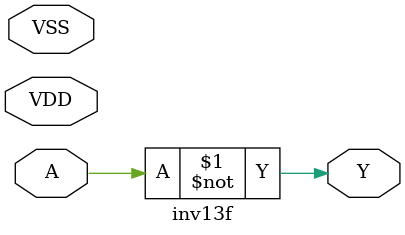
<source format=v>


module inv13f ( Y, VSS, VDD, A );
  input A;
  output Y;
  inout VDD;
  inout VSS;
  assign Y = ~A;
endmodule

</source>
